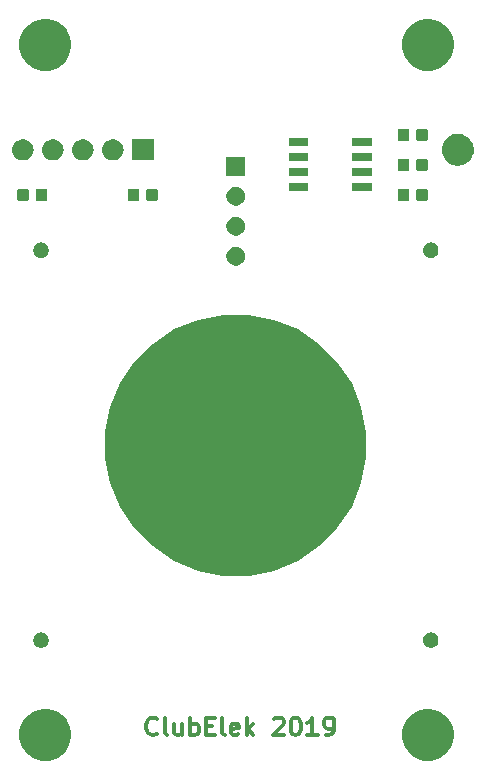
<source format=gbr>
G04 #@! TF.GenerationSoftware,KiCad,Pcbnew,(5.0.2)-1*
G04 #@! TF.CreationDate,2019-05-20T19:12:17+02:00*
G04 #@! TF.ProjectId,Carte capteurs 2,43617274-6520-4636-9170-746575727320,rev?*
G04 #@! TF.SameCoordinates,Original*
G04 #@! TF.FileFunction,Soldermask,Top*
G04 #@! TF.FilePolarity,Negative*
%FSLAX46Y46*%
G04 Gerber Fmt 4.6, Leading zero omitted, Abs format (unit mm)*
G04 Created by KiCad (PCBNEW (5.0.2)-1) date 20/05/2019 19:12:17*
%MOMM*%
%LPD*%
G01*
G04 APERTURE LIST*
%ADD10C,0.300000*%
%ADD11C,0.100000*%
G04 APERTURE END LIST*
D10*
X46939285Y-88800714D02*
X46867857Y-88872142D01*
X46653571Y-88943571D01*
X46510714Y-88943571D01*
X46296428Y-88872142D01*
X46153571Y-88729285D01*
X46082142Y-88586428D01*
X46010714Y-88300714D01*
X46010714Y-88086428D01*
X46082142Y-87800714D01*
X46153571Y-87657857D01*
X46296428Y-87515000D01*
X46510714Y-87443571D01*
X46653571Y-87443571D01*
X46867857Y-87515000D01*
X46939285Y-87586428D01*
X47796428Y-88943571D02*
X47653571Y-88872142D01*
X47582142Y-88729285D01*
X47582142Y-87443571D01*
X49010714Y-87943571D02*
X49010714Y-88943571D01*
X48367857Y-87943571D02*
X48367857Y-88729285D01*
X48439285Y-88872142D01*
X48582142Y-88943571D01*
X48796428Y-88943571D01*
X48939285Y-88872142D01*
X49010714Y-88800714D01*
X49725000Y-88943571D02*
X49725000Y-87443571D01*
X49725000Y-88015000D02*
X49867857Y-87943571D01*
X50153571Y-87943571D01*
X50296428Y-88015000D01*
X50367857Y-88086428D01*
X50439285Y-88229285D01*
X50439285Y-88657857D01*
X50367857Y-88800714D01*
X50296428Y-88872142D01*
X50153571Y-88943571D01*
X49867857Y-88943571D01*
X49725000Y-88872142D01*
X51082142Y-88157857D02*
X51582142Y-88157857D01*
X51796428Y-88943571D02*
X51082142Y-88943571D01*
X51082142Y-87443571D01*
X51796428Y-87443571D01*
X52653571Y-88943571D02*
X52510714Y-88872142D01*
X52439285Y-88729285D01*
X52439285Y-87443571D01*
X53796428Y-88872142D02*
X53653571Y-88943571D01*
X53367857Y-88943571D01*
X53225000Y-88872142D01*
X53153571Y-88729285D01*
X53153571Y-88157857D01*
X53225000Y-88015000D01*
X53367857Y-87943571D01*
X53653571Y-87943571D01*
X53796428Y-88015000D01*
X53867857Y-88157857D01*
X53867857Y-88300714D01*
X53153571Y-88443571D01*
X54510714Y-88943571D02*
X54510714Y-87443571D01*
X54653571Y-88372142D02*
X55082142Y-88943571D01*
X55082142Y-87943571D02*
X54510714Y-88515000D01*
X56796428Y-87586428D02*
X56867857Y-87515000D01*
X57010714Y-87443571D01*
X57367857Y-87443571D01*
X57510714Y-87515000D01*
X57582142Y-87586428D01*
X57653571Y-87729285D01*
X57653571Y-87872142D01*
X57582142Y-88086428D01*
X56725000Y-88943571D01*
X57653571Y-88943571D01*
X58582142Y-87443571D02*
X58725000Y-87443571D01*
X58867857Y-87515000D01*
X58939285Y-87586428D01*
X59010714Y-87729285D01*
X59082142Y-88015000D01*
X59082142Y-88372142D01*
X59010714Y-88657857D01*
X58939285Y-88800714D01*
X58867857Y-88872142D01*
X58725000Y-88943571D01*
X58582142Y-88943571D01*
X58439285Y-88872142D01*
X58367857Y-88800714D01*
X58296428Y-88657857D01*
X58225000Y-88372142D01*
X58225000Y-88015000D01*
X58296428Y-87729285D01*
X58367857Y-87586428D01*
X58439285Y-87515000D01*
X58582142Y-87443571D01*
X60510714Y-88943571D02*
X59653571Y-88943571D01*
X60082142Y-88943571D02*
X60082142Y-87443571D01*
X59939285Y-87657857D01*
X59796428Y-87800714D01*
X59653571Y-87872142D01*
X61225000Y-88943571D02*
X61510714Y-88943571D01*
X61653571Y-88872142D01*
X61725000Y-88800714D01*
X61867857Y-88586428D01*
X61939285Y-88300714D01*
X61939285Y-87729285D01*
X61867857Y-87586428D01*
X61796428Y-87515000D01*
X61653571Y-87443571D01*
X61367857Y-87443571D01*
X61225000Y-87515000D01*
X61153571Y-87586428D01*
X61082142Y-87729285D01*
X61082142Y-88086428D01*
X61153571Y-88229285D01*
X61225000Y-88300714D01*
X61367857Y-88372142D01*
X61653571Y-88372142D01*
X61796428Y-88300714D01*
X61867857Y-88229285D01*
X61939285Y-88086428D01*
D11*
G36*
X38107006Y-86783582D02*
X38507565Y-86949499D01*
X38868059Y-87190373D01*
X39174627Y-87496941D01*
X39415501Y-87857435D01*
X39581418Y-88257994D01*
X39666000Y-88683219D01*
X39666000Y-89116781D01*
X39581418Y-89542006D01*
X39415501Y-89942565D01*
X39174627Y-90303059D01*
X38868059Y-90609627D01*
X38507565Y-90850501D01*
X38107006Y-91016418D01*
X37681781Y-91101000D01*
X37248219Y-91101000D01*
X36822994Y-91016418D01*
X36422435Y-90850501D01*
X36061941Y-90609627D01*
X35755373Y-90303059D01*
X35514499Y-89942565D01*
X35348582Y-89542006D01*
X35264000Y-89116781D01*
X35264000Y-88683219D01*
X35348582Y-88257994D01*
X35514499Y-87857435D01*
X35755373Y-87496941D01*
X36061941Y-87190373D01*
X36422435Y-86949499D01*
X36822994Y-86783582D01*
X37248219Y-86699000D01*
X37681781Y-86699000D01*
X38107006Y-86783582D01*
X38107006Y-86783582D01*
G37*
G36*
X70492006Y-86783582D02*
X70892565Y-86949499D01*
X71253059Y-87190373D01*
X71559627Y-87496941D01*
X71800501Y-87857435D01*
X71966418Y-88257994D01*
X72051000Y-88683219D01*
X72051000Y-89116781D01*
X71966418Y-89542006D01*
X71800501Y-89942565D01*
X71559627Y-90303059D01*
X71253059Y-90609627D01*
X70892565Y-90850501D01*
X70492006Y-91016418D01*
X70066781Y-91101000D01*
X69633219Y-91101000D01*
X69207994Y-91016418D01*
X68807435Y-90850501D01*
X68446941Y-90609627D01*
X68140373Y-90303059D01*
X67899499Y-89942565D01*
X67733582Y-89542006D01*
X67649000Y-89116781D01*
X67649000Y-88683219D01*
X67733582Y-88257994D01*
X67899499Y-87857435D01*
X68140373Y-87496941D01*
X68446941Y-87190373D01*
X68807435Y-86949499D01*
X69207994Y-86783582D01*
X69633219Y-86699000D01*
X70066781Y-86699000D01*
X70492006Y-86783582D01*
X70492006Y-86783582D01*
G37*
G36*
X70284891Y-80239018D02*
X70403362Y-80288090D01*
X70509993Y-80359339D01*
X70600663Y-80450009D01*
X70671912Y-80556640D01*
X70720984Y-80675111D01*
X70746001Y-80800882D01*
X70746001Y-80929120D01*
X70720984Y-81054891D01*
X70671912Y-81173362D01*
X70600663Y-81279993D01*
X70509993Y-81370663D01*
X70403362Y-81441912D01*
X70284891Y-81490984D01*
X70159120Y-81516001D01*
X70030882Y-81516001D01*
X69905111Y-81490984D01*
X69786640Y-81441912D01*
X69680009Y-81370663D01*
X69589339Y-81279993D01*
X69518090Y-81173362D01*
X69469018Y-81054891D01*
X69444001Y-80929120D01*
X69444001Y-80800882D01*
X69469018Y-80675111D01*
X69518090Y-80556640D01*
X69589339Y-80450009D01*
X69680009Y-80359339D01*
X69786640Y-80288090D01*
X69905111Y-80239018D01*
X70030882Y-80214001D01*
X70159120Y-80214001D01*
X70284891Y-80239018D01*
X70284891Y-80239018D01*
G37*
G36*
X37284891Y-80239018D02*
X37403362Y-80288090D01*
X37509993Y-80359339D01*
X37600663Y-80450009D01*
X37671912Y-80556640D01*
X37720984Y-80675111D01*
X37746001Y-80800882D01*
X37746001Y-80929120D01*
X37720984Y-81054891D01*
X37671912Y-81173362D01*
X37600663Y-81279993D01*
X37509993Y-81370663D01*
X37403362Y-81441912D01*
X37284891Y-81490984D01*
X37159120Y-81516001D01*
X37030882Y-81516001D01*
X36905111Y-81490984D01*
X36786640Y-81441912D01*
X36680009Y-81370663D01*
X36589339Y-81279993D01*
X36518090Y-81173362D01*
X36469018Y-81054891D01*
X36444001Y-80929120D01*
X36444001Y-80800882D01*
X36469018Y-80675111D01*
X36518090Y-80556640D01*
X36589339Y-80450009D01*
X36680009Y-80359339D01*
X36786640Y-80288090D01*
X36905111Y-80239018D01*
X37030882Y-80214001D01*
X37159120Y-80214001D01*
X37284891Y-80239018D01*
X37284891Y-80239018D01*
G37*
G36*
X56818458Y-53738684D02*
X58829611Y-54571731D01*
X60639606Y-55781131D01*
X62178871Y-57320396D01*
X63388271Y-59130391D01*
X64221318Y-61141544D01*
X64646001Y-63276571D01*
X64646001Y-65453431D01*
X64221318Y-67588458D01*
X63388271Y-69599611D01*
X62178871Y-71409606D01*
X60639606Y-72948871D01*
X58829611Y-74158271D01*
X56818458Y-74991318D01*
X54683431Y-75416001D01*
X52506571Y-75416001D01*
X50371544Y-74991318D01*
X48360391Y-74158271D01*
X46550396Y-72948871D01*
X45011131Y-71409606D01*
X43801731Y-69599611D01*
X42968684Y-67588458D01*
X42544001Y-65453431D01*
X42544001Y-63276571D01*
X42968684Y-61141544D01*
X43801731Y-59130391D01*
X45011131Y-57320396D01*
X46550396Y-55781131D01*
X48360391Y-54571731D01*
X50371544Y-53738684D01*
X52506571Y-53314001D01*
X54683431Y-53314001D01*
X56818458Y-53738684D01*
X56818458Y-53738684D01*
G37*
G36*
X53828644Y-47594782D02*
X53974416Y-47655163D01*
X54105612Y-47742825D01*
X54217177Y-47854390D01*
X54304839Y-47985586D01*
X54365220Y-48131358D01*
X54396001Y-48286108D01*
X54396001Y-48443894D01*
X54365220Y-48598644D01*
X54304839Y-48744416D01*
X54217177Y-48875612D01*
X54105612Y-48987177D01*
X53974416Y-49074839D01*
X53828644Y-49135220D01*
X53673894Y-49166001D01*
X53516108Y-49166001D01*
X53361358Y-49135220D01*
X53215586Y-49074839D01*
X53084390Y-48987177D01*
X52972825Y-48875612D01*
X52885163Y-48744416D01*
X52824782Y-48598644D01*
X52794001Y-48443894D01*
X52794001Y-48286108D01*
X52824782Y-48131358D01*
X52885163Y-47985586D01*
X52972825Y-47854390D01*
X53084390Y-47742825D01*
X53215586Y-47655163D01*
X53361358Y-47594782D01*
X53516108Y-47564001D01*
X53673894Y-47564001D01*
X53828644Y-47594782D01*
X53828644Y-47594782D01*
G37*
G36*
X70284891Y-47239018D02*
X70403362Y-47288090D01*
X70509993Y-47359339D01*
X70600663Y-47450009D01*
X70671912Y-47556640D01*
X70720984Y-47675111D01*
X70746001Y-47800882D01*
X70746001Y-47929120D01*
X70720984Y-48054891D01*
X70671912Y-48173362D01*
X70600663Y-48279993D01*
X70509993Y-48370663D01*
X70403362Y-48441912D01*
X70284891Y-48490984D01*
X70159120Y-48516001D01*
X70030882Y-48516001D01*
X69905111Y-48490984D01*
X69786640Y-48441912D01*
X69680009Y-48370663D01*
X69589339Y-48279993D01*
X69518090Y-48173362D01*
X69469018Y-48054891D01*
X69444001Y-47929120D01*
X69444001Y-47800882D01*
X69469018Y-47675111D01*
X69518090Y-47556640D01*
X69589339Y-47450009D01*
X69680009Y-47359339D01*
X69786640Y-47288090D01*
X69905111Y-47239018D01*
X70030882Y-47214001D01*
X70159120Y-47214001D01*
X70284891Y-47239018D01*
X70284891Y-47239018D01*
G37*
G36*
X37284891Y-47239018D02*
X37403362Y-47288090D01*
X37509993Y-47359339D01*
X37600663Y-47450009D01*
X37671912Y-47556640D01*
X37720984Y-47675111D01*
X37746001Y-47800882D01*
X37746001Y-47929120D01*
X37720984Y-48054891D01*
X37671912Y-48173362D01*
X37600663Y-48279993D01*
X37509993Y-48370663D01*
X37403362Y-48441912D01*
X37284891Y-48490984D01*
X37159120Y-48516001D01*
X37030882Y-48516001D01*
X36905111Y-48490984D01*
X36786640Y-48441912D01*
X36680009Y-48370663D01*
X36589339Y-48279993D01*
X36518090Y-48173362D01*
X36469018Y-48054891D01*
X36444001Y-47929120D01*
X36444001Y-47800882D01*
X36469018Y-47675111D01*
X36518090Y-47556640D01*
X36589339Y-47450009D01*
X36680009Y-47359339D01*
X36786640Y-47288090D01*
X36905111Y-47239018D01*
X37030882Y-47214001D01*
X37159120Y-47214001D01*
X37284891Y-47239018D01*
X37284891Y-47239018D01*
G37*
G36*
X53828644Y-45054782D02*
X53974416Y-45115163D01*
X54105612Y-45202825D01*
X54217177Y-45314390D01*
X54304839Y-45445586D01*
X54365220Y-45591358D01*
X54396001Y-45746108D01*
X54396001Y-45903894D01*
X54365220Y-46058644D01*
X54304839Y-46204416D01*
X54217177Y-46335612D01*
X54105612Y-46447177D01*
X53974416Y-46534839D01*
X53828644Y-46595220D01*
X53673894Y-46626001D01*
X53516108Y-46626001D01*
X53361358Y-46595220D01*
X53215586Y-46534839D01*
X53084390Y-46447177D01*
X52972825Y-46335612D01*
X52885163Y-46204416D01*
X52824782Y-46058644D01*
X52794001Y-45903894D01*
X52794001Y-45746108D01*
X52824782Y-45591358D01*
X52885163Y-45445586D01*
X52972825Y-45314390D01*
X53084390Y-45202825D01*
X53215586Y-45115163D01*
X53361358Y-45054782D01*
X53516108Y-45024001D01*
X53673894Y-45024001D01*
X53828644Y-45054782D01*
X53828644Y-45054782D01*
G37*
G36*
X53828644Y-42514782D02*
X53974416Y-42575163D01*
X54105612Y-42662825D01*
X54217177Y-42774390D01*
X54304839Y-42905586D01*
X54365220Y-43051358D01*
X54396001Y-43206108D01*
X54396001Y-43363894D01*
X54365220Y-43518644D01*
X54304839Y-43664416D01*
X54217177Y-43795612D01*
X54105612Y-43907177D01*
X53974416Y-43994839D01*
X53828644Y-44055220D01*
X53673894Y-44086001D01*
X53516108Y-44086001D01*
X53361358Y-44055220D01*
X53215586Y-43994839D01*
X53084390Y-43907177D01*
X52972825Y-43795612D01*
X52885163Y-43664416D01*
X52824782Y-43518644D01*
X52794001Y-43363894D01*
X52794001Y-43206108D01*
X52824782Y-43051358D01*
X52885163Y-42905586D01*
X52972825Y-42774390D01*
X53084390Y-42662825D01*
X53215586Y-42575163D01*
X53361358Y-42514782D01*
X53516108Y-42484001D01*
X53673894Y-42484001D01*
X53828644Y-42514782D01*
X53828644Y-42514782D01*
G37*
G36*
X45274591Y-42658085D02*
X45308569Y-42668393D01*
X45339887Y-42685133D01*
X45367339Y-42707661D01*
X45389867Y-42735113D01*
X45406607Y-42766431D01*
X45416915Y-42800409D01*
X45421000Y-42841890D01*
X45421000Y-43518110D01*
X45416915Y-43559591D01*
X45406607Y-43593569D01*
X45389867Y-43624887D01*
X45367339Y-43652339D01*
X45339887Y-43674867D01*
X45308569Y-43691607D01*
X45274591Y-43701915D01*
X45233110Y-43706000D01*
X44631890Y-43706000D01*
X44590409Y-43701915D01*
X44556431Y-43691607D01*
X44525113Y-43674867D01*
X44497661Y-43652339D01*
X44475133Y-43624887D01*
X44458393Y-43593569D01*
X44448085Y-43559591D01*
X44444000Y-43518110D01*
X44444000Y-42841890D01*
X44448085Y-42800409D01*
X44458393Y-42766431D01*
X44475133Y-42735113D01*
X44497661Y-42707661D01*
X44525113Y-42685133D01*
X44556431Y-42668393D01*
X44590409Y-42658085D01*
X44631890Y-42654000D01*
X45233110Y-42654000D01*
X45274591Y-42658085D01*
X45274591Y-42658085D01*
G37*
G36*
X69709591Y-42658085D02*
X69743569Y-42668393D01*
X69774887Y-42685133D01*
X69802339Y-42707661D01*
X69824867Y-42735113D01*
X69841607Y-42766431D01*
X69851915Y-42800409D01*
X69856000Y-42841890D01*
X69856000Y-43518110D01*
X69851915Y-43559591D01*
X69841607Y-43593569D01*
X69824867Y-43624887D01*
X69802339Y-43652339D01*
X69774887Y-43674867D01*
X69743569Y-43691607D01*
X69709591Y-43701915D01*
X69668110Y-43706000D01*
X69066890Y-43706000D01*
X69025409Y-43701915D01*
X68991431Y-43691607D01*
X68960113Y-43674867D01*
X68932661Y-43652339D01*
X68910133Y-43624887D01*
X68893393Y-43593569D01*
X68883085Y-43559591D01*
X68879000Y-43518110D01*
X68879000Y-42841890D01*
X68883085Y-42800409D01*
X68893393Y-42766431D01*
X68910133Y-42735113D01*
X68932661Y-42707661D01*
X68960113Y-42685133D01*
X68991431Y-42668393D01*
X69025409Y-42658085D01*
X69066890Y-42654000D01*
X69668110Y-42654000D01*
X69709591Y-42658085D01*
X69709591Y-42658085D01*
G37*
G36*
X35902091Y-42658085D02*
X35936069Y-42668393D01*
X35967387Y-42685133D01*
X35994839Y-42707661D01*
X36017367Y-42735113D01*
X36034107Y-42766431D01*
X36044415Y-42800409D01*
X36048500Y-42841890D01*
X36048500Y-43518110D01*
X36044415Y-43559591D01*
X36034107Y-43593569D01*
X36017367Y-43624887D01*
X35994839Y-43652339D01*
X35967387Y-43674867D01*
X35936069Y-43691607D01*
X35902091Y-43701915D01*
X35860610Y-43706000D01*
X35259390Y-43706000D01*
X35217909Y-43701915D01*
X35183931Y-43691607D01*
X35152613Y-43674867D01*
X35125161Y-43652339D01*
X35102633Y-43624887D01*
X35085893Y-43593569D01*
X35075585Y-43559591D01*
X35071500Y-43518110D01*
X35071500Y-42841890D01*
X35075585Y-42800409D01*
X35085893Y-42766431D01*
X35102633Y-42735113D01*
X35125161Y-42707661D01*
X35152613Y-42685133D01*
X35183931Y-42668393D01*
X35217909Y-42658085D01*
X35259390Y-42654000D01*
X35860610Y-42654000D01*
X35902091Y-42658085D01*
X35902091Y-42658085D01*
G37*
G36*
X37477091Y-42658085D02*
X37511069Y-42668393D01*
X37542387Y-42685133D01*
X37569839Y-42707661D01*
X37592367Y-42735113D01*
X37609107Y-42766431D01*
X37619415Y-42800409D01*
X37623500Y-42841890D01*
X37623500Y-43518110D01*
X37619415Y-43559591D01*
X37609107Y-43593569D01*
X37592367Y-43624887D01*
X37569839Y-43652339D01*
X37542387Y-43674867D01*
X37511069Y-43691607D01*
X37477091Y-43701915D01*
X37435610Y-43706000D01*
X36834390Y-43706000D01*
X36792909Y-43701915D01*
X36758931Y-43691607D01*
X36727613Y-43674867D01*
X36700161Y-43652339D01*
X36677633Y-43624887D01*
X36660893Y-43593569D01*
X36650585Y-43559591D01*
X36646500Y-43518110D01*
X36646500Y-42841890D01*
X36650585Y-42800409D01*
X36660893Y-42766431D01*
X36677633Y-42735113D01*
X36700161Y-42707661D01*
X36727613Y-42685133D01*
X36758931Y-42668393D01*
X36792909Y-42658085D01*
X36834390Y-42654000D01*
X37435610Y-42654000D01*
X37477091Y-42658085D01*
X37477091Y-42658085D01*
G37*
G36*
X46849591Y-42658085D02*
X46883569Y-42668393D01*
X46914887Y-42685133D01*
X46942339Y-42707661D01*
X46964867Y-42735113D01*
X46981607Y-42766431D01*
X46991915Y-42800409D01*
X46996000Y-42841890D01*
X46996000Y-43518110D01*
X46991915Y-43559591D01*
X46981607Y-43593569D01*
X46964867Y-43624887D01*
X46942339Y-43652339D01*
X46914887Y-43674867D01*
X46883569Y-43691607D01*
X46849591Y-43701915D01*
X46808110Y-43706000D01*
X46206890Y-43706000D01*
X46165409Y-43701915D01*
X46131431Y-43691607D01*
X46100113Y-43674867D01*
X46072661Y-43652339D01*
X46050133Y-43624887D01*
X46033393Y-43593569D01*
X46023085Y-43559591D01*
X46019000Y-43518110D01*
X46019000Y-42841890D01*
X46023085Y-42800409D01*
X46033393Y-42766431D01*
X46050133Y-42735113D01*
X46072661Y-42707661D01*
X46100113Y-42685133D01*
X46131431Y-42668393D01*
X46165409Y-42658085D01*
X46206890Y-42654000D01*
X46808110Y-42654000D01*
X46849591Y-42658085D01*
X46849591Y-42658085D01*
G37*
G36*
X68134591Y-42658085D02*
X68168569Y-42668393D01*
X68199887Y-42685133D01*
X68227339Y-42707661D01*
X68249867Y-42735113D01*
X68266607Y-42766431D01*
X68276915Y-42800409D01*
X68281000Y-42841890D01*
X68281000Y-43518110D01*
X68276915Y-43559591D01*
X68266607Y-43593569D01*
X68249867Y-43624887D01*
X68227339Y-43652339D01*
X68199887Y-43674867D01*
X68168569Y-43691607D01*
X68134591Y-43701915D01*
X68093110Y-43706000D01*
X67491890Y-43706000D01*
X67450409Y-43701915D01*
X67416431Y-43691607D01*
X67385113Y-43674867D01*
X67357661Y-43652339D01*
X67335133Y-43624887D01*
X67318393Y-43593569D01*
X67308085Y-43559591D01*
X67304000Y-43518110D01*
X67304000Y-42841890D01*
X67308085Y-42800409D01*
X67318393Y-42766431D01*
X67335133Y-42735113D01*
X67357661Y-42707661D01*
X67385113Y-42685133D01*
X67416431Y-42668393D01*
X67450409Y-42658085D01*
X67491890Y-42654000D01*
X68093110Y-42654000D01*
X68134591Y-42658085D01*
X68134591Y-42658085D01*
G37*
G36*
X59721000Y-42896000D02*
X58069000Y-42896000D01*
X58069000Y-42194000D01*
X59721000Y-42194000D01*
X59721000Y-42896000D01*
X59721000Y-42896000D01*
G37*
G36*
X65121000Y-42896000D02*
X63469000Y-42896000D01*
X63469000Y-42194000D01*
X65121000Y-42194000D01*
X65121000Y-42896000D01*
X65121000Y-42896000D01*
G37*
G36*
X59721000Y-41626000D02*
X58069000Y-41626000D01*
X58069000Y-40924000D01*
X59721000Y-40924000D01*
X59721000Y-41626000D01*
X59721000Y-41626000D01*
G37*
G36*
X65121000Y-41626000D02*
X63469000Y-41626000D01*
X63469000Y-40924000D01*
X65121000Y-40924000D01*
X65121000Y-41626000D01*
X65121000Y-41626000D01*
G37*
G36*
X54396001Y-41546001D02*
X52794001Y-41546001D01*
X52794001Y-39944001D01*
X54396001Y-39944001D01*
X54396001Y-41546001D01*
X54396001Y-41546001D01*
G37*
G36*
X69709591Y-40118085D02*
X69743569Y-40128393D01*
X69774887Y-40145133D01*
X69802339Y-40167661D01*
X69824867Y-40195113D01*
X69841607Y-40226431D01*
X69851915Y-40260409D01*
X69856000Y-40301890D01*
X69856000Y-40978110D01*
X69851915Y-41019591D01*
X69841607Y-41053569D01*
X69824867Y-41084887D01*
X69802339Y-41112339D01*
X69774887Y-41134867D01*
X69743569Y-41151607D01*
X69709591Y-41161915D01*
X69668110Y-41166000D01*
X69066890Y-41166000D01*
X69025409Y-41161915D01*
X68991431Y-41151607D01*
X68960113Y-41134867D01*
X68932661Y-41112339D01*
X68910133Y-41084887D01*
X68893393Y-41053569D01*
X68883085Y-41019591D01*
X68879000Y-40978110D01*
X68879000Y-40301890D01*
X68883085Y-40260409D01*
X68893393Y-40226431D01*
X68910133Y-40195113D01*
X68932661Y-40167661D01*
X68960113Y-40145133D01*
X68991431Y-40128393D01*
X69025409Y-40118085D01*
X69066890Y-40114000D01*
X69668110Y-40114000D01*
X69709591Y-40118085D01*
X69709591Y-40118085D01*
G37*
G36*
X68134591Y-40118085D02*
X68168569Y-40128393D01*
X68199887Y-40145133D01*
X68227339Y-40167661D01*
X68249867Y-40195113D01*
X68266607Y-40226431D01*
X68276915Y-40260409D01*
X68281000Y-40301890D01*
X68281000Y-40978110D01*
X68276915Y-41019591D01*
X68266607Y-41053569D01*
X68249867Y-41084887D01*
X68227339Y-41112339D01*
X68199887Y-41134867D01*
X68168569Y-41151607D01*
X68134591Y-41161915D01*
X68093110Y-41166000D01*
X67491890Y-41166000D01*
X67450409Y-41161915D01*
X67416431Y-41151607D01*
X67385113Y-41134867D01*
X67357661Y-41112339D01*
X67335133Y-41084887D01*
X67318393Y-41053569D01*
X67308085Y-41019591D01*
X67304000Y-40978110D01*
X67304000Y-40301890D01*
X67308085Y-40260409D01*
X67318393Y-40226431D01*
X67335133Y-40195113D01*
X67357661Y-40167661D01*
X67385113Y-40145133D01*
X67416431Y-40128393D01*
X67450409Y-40118085D01*
X67491890Y-40114000D01*
X68093110Y-40114000D01*
X68134591Y-40118085D01*
X68134591Y-40118085D01*
G37*
G36*
X72653567Y-38044959D02*
X72784072Y-38070918D01*
X73029939Y-38172759D01*
X73250464Y-38320110D01*
X73251215Y-38320612D01*
X73439388Y-38508785D01*
X73439390Y-38508788D01*
X73587241Y-38730061D01*
X73643966Y-38867009D01*
X73689082Y-38975929D01*
X73741000Y-39236937D01*
X73741000Y-39503063D01*
X73715041Y-39633567D01*
X73689082Y-39764072D01*
X73587241Y-40009939D01*
X73469908Y-40185539D01*
X73439388Y-40231215D01*
X73251215Y-40419388D01*
X73251212Y-40419390D01*
X73029939Y-40567241D01*
X72784072Y-40669082D01*
X72653567Y-40695041D01*
X72523063Y-40721000D01*
X72256937Y-40721000D01*
X72126433Y-40695041D01*
X71995928Y-40669082D01*
X71750061Y-40567241D01*
X71528788Y-40419390D01*
X71528785Y-40419388D01*
X71340612Y-40231215D01*
X71310092Y-40185539D01*
X71192759Y-40009939D01*
X71090918Y-39764072D01*
X71064959Y-39633567D01*
X71039000Y-39503063D01*
X71039000Y-39236937D01*
X71090918Y-38975929D01*
X71136034Y-38867009D01*
X71192759Y-38730061D01*
X71340610Y-38508788D01*
X71340612Y-38508785D01*
X71528785Y-38320612D01*
X71529536Y-38320110D01*
X71750061Y-38172759D01*
X71995928Y-38070918D01*
X72126433Y-38044959D01*
X72256937Y-38019000D01*
X72523063Y-38019000D01*
X72653567Y-38044959D01*
X72653567Y-38044959D01*
G37*
G36*
X59721000Y-40356000D02*
X58069000Y-40356000D01*
X58069000Y-39654000D01*
X59721000Y-39654000D01*
X59721000Y-40356000D01*
X59721000Y-40356000D01*
G37*
G36*
X65121000Y-40356000D02*
X63469000Y-40356000D01*
X63469000Y-39654000D01*
X65121000Y-39654000D01*
X65121000Y-40356000D01*
X65121000Y-40356000D01*
G37*
G36*
X40747412Y-38475220D02*
X40816627Y-38482037D01*
X40904813Y-38508788D01*
X40986467Y-38533557D01*
X41082402Y-38584836D01*
X41142991Y-38617222D01*
X41178729Y-38646552D01*
X41280186Y-38729814D01*
X41363448Y-38831271D01*
X41392778Y-38867009D01*
X41392779Y-38867011D01*
X41476443Y-39023533D01*
X41476443Y-39023534D01*
X41527963Y-39193373D01*
X41545359Y-39370000D01*
X41527963Y-39546627D01*
X41495392Y-39654000D01*
X41476443Y-39716467D01*
X41450997Y-39764072D01*
X41392778Y-39872991D01*
X41363448Y-39908729D01*
X41280186Y-40010186D01*
X41178729Y-40093448D01*
X41142991Y-40122778D01*
X41142989Y-40122779D01*
X40986467Y-40206443D01*
X40933362Y-40222552D01*
X40816627Y-40257963D01*
X40750443Y-40264481D01*
X40684260Y-40271000D01*
X40595740Y-40271000D01*
X40529557Y-40264481D01*
X40463373Y-40257963D01*
X40346638Y-40222552D01*
X40293533Y-40206443D01*
X40137011Y-40122779D01*
X40137009Y-40122778D01*
X40101271Y-40093448D01*
X39999814Y-40010186D01*
X39916552Y-39908729D01*
X39887222Y-39872991D01*
X39829003Y-39764072D01*
X39803557Y-39716467D01*
X39784608Y-39654000D01*
X39752037Y-39546627D01*
X39734641Y-39370000D01*
X39752037Y-39193373D01*
X39803557Y-39023534D01*
X39803557Y-39023533D01*
X39887221Y-38867011D01*
X39887222Y-38867009D01*
X39916552Y-38831271D01*
X39999814Y-38729814D01*
X40101271Y-38646552D01*
X40137009Y-38617222D01*
X40197598Y-38584836D01*
X40293533Y-38533557D01*
X40375187Y-38508788D01*
X40463373Y-38482037D01*
X40532588Y-38475220D01*
X40595740Y-38469000D01*
X40684260Y-38469000D01*
X40747412Y-38475220D01*
X40747412Y-38475220D01*
G37*
G36*
X43287412Y-38475220D02*
X43356627Y-38482037D01*
X43444813Y-38508788D01*
X43526467Y-38533557D01*
X43622402Y-38584836D01*
X43682991Y-38617222D01*
X43718729Y-38646552D01*
X43820186Y-38729814D01*
X43903448Y-38831271D01*
X43932778Y-38867009D01*
X43932779Y-38867011D01*
X44016443Y-39023533D01*
X44016443Y-39023534D01*
X44067963Y-39193373D01*
X44085359Y-39370000D01*
X44067963Y-39546627D01*
X44035392Y-39654000D01*
X44016443Y-39716467D01*
X43990997Y-39764072D01*
X43932778Y-39872991D01*
X43903448Y-39908729D01*
X43820186Y-40010186D01*
X43718729Y-40093448D01*
X43682991Y-40122778D01*
X43682989Y-40122779D01*
X43526467Y-40206443D01*
X43473362Y-40222552D01*
X43356627Y-40257963D01*
X43290443Y-40264481D01*
X43224260Y-40271000D01*
X43135740Y-40271000D01*
X43069557Y-40264481D01*
X43003373Y-40257963D01*
X42886638Y-40222552D01*
X42833533Y-40206443D01*
X42677011Y-40122779D01*
X42677009Y-40122778D01*
X42641271Y-40093448D01*
X42539814Y-40010186D01*
X42456552Y-39908729D01*
X42427222Y-39872991D01*
X42369003Y-39764072D01*
X42343557Y-39716467D01*
X42324608Y-39654000D01*
X42292037Y-39546627D01*
X42274641Y-39370000D01*
X42292037Y-39193373D01*
X42343557Y-39023534D01*
X42343557Y-39023533D01*
X42427221Y-38867011D01*
X42427222Y-38867009D01*
X42456552Y-38831271D01*
X42539814Y-38729814D01*
X42641271Y-38646552D01*
X42677009Y-38617222D01*
X42737598Y-38584836D01*
X42833533Y-38533557D01*
X42915187Y-38508788D01*
X43003373Y-38482037D01*
X43072588Y-38475220D01*
X43135740Y-38469000D01*
X43224260Y-38469000D01*
X43287412Y-38475220D01*
X43287412Y-38475220D01*
G37*
G36*
X46621000Y-40271000D02*
X44819000Y-40271000D01*
X44819000Y-38469000D01*
X46621000Y-38469000D01*
X46621000Y-40271000D01*
X46621000Y-40271000D01*
G37*
G36*
X35667412Y-38475220D02*
X35736627Y-38482037D01*
X35824813Y-38508788D01*
X35906467Y-38533557D01*
X36002402Y-38584836D01*
X36062991Y-38617222D01*
X36098729Y-38646552D01*
X36200186Y-38729814D01*
X36283448Y-38831271D01*
X36312778Y-38867009D01*
X36312779Y-38867011D01*
X36396443Y-39023533D01*
X36396443Y-39023534D01*
X36447963Y-39193373D01*
X36465359Y-39370000D01*
X36447963Y-39546627D01*
X36415392Y-39654000D01*
X36396443Y-39716467D01*
X36370997Y-39764072D01*
X36312778Y-39872991D01*
X36283448Y-39908729D01*
X36200186Y-40010186D01*
X36098729Y-40093448D01*
X36062991Y-40122778D01*
X36062989Y-40122779D01*
X35906467Y-40206443D01*
X35853362Y-40222552D01*
X35736627Y-40257963D01*
X35670443Y-40264481D01*
X35604260Y-40271000D01*
X35515740Y-40271000D01*
X35449557Y-40264481D01*
X35383373Y-40257963D01*
X35266638Y-40222552D01*
X35213533Y-40206443D01*
X35057011Y-40122779D01*
X35057009Y-40122778D01*
X35021271Y-40093448D01*
X34919814Y-40010186D01*
X34836552Y-39908729D01*
X34807222Y-39872991D01*
X34749003Y-39764072D01*
X34723557Y-39716467D01*
X34704608Y-39654000D01*
X34672037Y-39546627D01*
X34654641Y-39370000D01*
X34672037Y-39193373D01*
X34723557Y-39023534D01*
X34723557Y-39023533D01*
X34807221Y-38867011D01*
X34807222Y-38867009D01*
X34836552Y-38831271D01*
X34919814Y-38729814D01*
X35021271Y-38646552D01*
X35057009Y-38617222D01*
X35117598Y-38584836D01*
X35213533Y-38533557D01*
X35295187Y-38508788D01*
X35383373Y-38482037D01*
X35452588Y-38475220D01*
X35515740Y-38469000D01*
X35604260Y-38469000D01*
X35667412Y-38475220D01*
X35667412Y-38475220D01*
G37*
G36*
X38207412Y-38475220D02*
X38276627Y-38482037D01*
X38364813Y-38508788D01*
X38446467Y-38533557D01*
X38542402Y-38584836D01*
X38602991Y-38617222D01*
X38638729Y-38646552D01*
X38740186Y-38729814D01*
X38823448Y-38831271D01*
X38852778Y-38867009D01*
X38852779Y-38867011D01*
X38936443Y-39023533D01*
X38936443Y-39023534D01*
X38987963Y-39193373D01*
X39005359Y-39370000D01*
X38987963Y-39546627D01*
X38955392Y-39654000D01*
X38936443Y-39716467D01*
X38910997Y-39764072D01*
X38852778Y-39872991D01*
X38823448Y-39908729D01*
X38740186Y-40010186D01*
X38638729Y-40093448D01*
X38602991Y-40122778D01*
X38602989Y-40122779D01*
X38446467Y-40206443D01*
X38393362Y-40222552D01*
X38276627Y-40257963D01*
X38210443Y-40264481D01*
X38144260Y-40271000D01*
X38055740Y-40271000D01*
X37989557Y-40264481D01*
X37923373Y-40257963D01*
X37806638Y-40222552D01*
X37753533Y-40206443D01*
X37597011Y-40122779D01*
X37597009Y-40122778D01*
X37561271Y-40093448D01*
X37459814Y-40010186D01*
X37376552Y-39908729D01*
X37347222Y-39872991D01*
X37289003Y-39764072D01*
X37263557Y-39716467D01*
X37244608Y-39654000D01*
X37212037Y-39546627D01*
X37194641Y-39370000D01*
X37212037Y-39193373D01*
X37263557Y-39023534D01*
X37263557Y-39023533D01*
X37347221Y-38867011D01*
X37347222Y-38867009D01*
X37376552Y-38831271D01*
X37459814Y-38729814D01*
X37561271Y-38646552D01*
X37597009Y-38617222D01*
X37657598Y-38584836D01*
X37753533Y-38533557D01*
X37835187Y-38508788D01*
X37923373Y-38482037D01*
X37992588Y-38475220D01*
X38055740Y-38469000D01*
X38144260Y-38469000D01*
X38207412Y-38475220D01*
X38207412Y-38475220D01*
G37*
G36*
X59721000Y-39086000D02*
X58069000Y-39086000D01*
X58069000Y-38384000D01*
X59721000Y-38384000D01*
X59721000Y-39086000D01*
X59721000Y-39086000D01*
G37*
G36*
X65121000Y-39086000D02*
X63469000Y-39086000D01*
X63469000Y-38384000D01*
X65121000Y-38384000D01*
X65121000Y-39086000D01*
X65121000Y-39086000D01*
G37*
G36*
X68134591Y-37578085D02*
X68168569Y-37588393D01*
X68199887Y-37605133D01*
X68227339Y-37627661D01*
X68249867Y-37655113D01*
X68266607Y-37686431D01*
X68276915Y-37720409D01*
X68281000Y-37761890D01*
X68281000Y-38438110D01*
X68276915Y-38479591D01*
X68266607Y-38513569D01*
X68249867Y-38544887D01*
X68227339Y-38572339D01*
X68199887Y-38594867D01*
X68168569Y-38611607D01*
X68134591Y-38621915D01*
X68093110Y-38626000D01*
X67491890Y-38626000D01*
X67450409Y-38621915D01*
X67416431Y-38611607D01*
X67385113Y-38594867D01*
X67357661Y-38572339D01*
X67335133Y-38544887D01*
X67318393Y-38513569D01*
X67308085Y-38479591D01*
X67304000Y-38438110D01*
X67304000Y-37761890D01*
X67308085Y-37720409D01*
X67318393Y-37686431D01*
X67335133Y-37655113D01*
X67357661Y-37627661D01*
X67385113Y-37605133D01*
X67416431Y-37588393D01*
X67450409Y-37578085D01*
X67491890Y-37574000D01*
X68093110Y-37574000D01*
X68134591Y-37578085D01*
X68134591Y-37578085D01*
G37*
G36*
X69709591Y-37578085D02*
X69743569Y-37588393D01*
X69774887Y-37605133D01*
X69802339Y-37627661D01*
X69824867Y-37655113D01*
X69841607Y-37686431D01*
X69851915Y-37720409D01*
X69856000Y-37761890D01*
X69856000Y-38438110D01*
X69851915Y-38479591D01*
X69841607Y-38513569D01*
X69824867Y-38544887D01*
X69802339Y-38572339D01*
X69774887Y-38594867D01*
X69743569Y-38611607D01*
X69709591Y-38621915D01*
X69668110Y-38626000D01*
X69066890Y-38626000D01*
X69025409Y-38621915D01*
X68991431Y-38611607D01*
X68960113Y-38594867D01*
X68932661Y-38572339D01*
X68910133Y-38544887D01*
X68893393Y-38513569D01*
X68883085Y-38479591D01*
X68879000Y-38438110D01*
X68879000Y-37761890D01*
X68883085Y-37720409D01*
X68893393Y-37686431D01*
X68910133Y-37655113D01*
X68932661Y-37627661D01*
X68960113Y-37605133D01*
X68991431Y-37588393D01*
X69025409Y-37578085D01*
X69066890Y-37574000D01*
X69668110Y-37574000D01*
X69709591Y-37578085D01*
X69709591Y-37578085D01*
G37*
G36*
X38107006Y-28363582D02*
X38507565Y-28529499D01*
X38868059Y-28770373D01*
X39174627Y-29076941D01*
X39415501Y-29437435D01*
X39581418Y-29837994D01*
X39666000Y-30263219D01*
X39666000Y-30696781D01*
X39581418Y-31122006D01*
X39415501Y-31522565D01*
X39174627Y-31883059D01*
X38868059Y-32189627D01*
X38507565Y-32430501D01*
X38107006Y-32596418D01*
X37681781Y-32681000D01*
X37248219Y-32681000D01*
X36822994Y-32596418D01*
X36422435Y-32430501D01*
X36061941Y-32189627D01*
X35755373Y-31883059D01*
X35514499Y-31522565D01*
X35348582Y-31122006D01*
X35264000Y-30696781D01*
X35264000Y-30263219D01*
X35348582Y-29837994D01*
X35514499Y-29437435D01*
X35755373Y-29076941D01*
X36061941Y-28770373D01*
X36422435Y-28529499D01*
X36822994Y-28363582D01*
X37248219Y-28279000D01*
X37681781Y-28279000D01*
X38107006Y-28363582D01*
X38107006Y-28363582D01*
G37*
G36*
X70492006Y-28363582D02*
X70892565Y-28529499D01*
X71253059Y-28770373D01*
X71559627Y-29076941D01*
X71800501Y-29437435D01*
X71966418Y-29837994D01*
X72051000Y-30263219D01*
X72051000Y-30696781D01*
X71966418Y-31122006D01*
X71800501Y-31522565D01*
X71559627Y-31883059D01*
X71253059Y-32189627D01*
X70892565Y-32430501D01*
X70492006Y-32596418D01*
X70066781Y-32681000D01*
X69633219Y-32681000D01*
X69207994Y-32596418D01*
X68807435Y-32430501D01*
X68446941Y-32189627D01*
X68140373Y-31883059D01*
X67899499Y-31522565D01*
X67733582Y-31122006D01*
X67649000Y-30696781D01*
X67649000Y-30263219D01*
X67733582Y-29837994D01*
X67899499Y-29437435D01*
X68140373Y-29076941D01*
X68446941Y-28770373D01*
X68807435Y-28529499D01*
X69207994Y-28363582D01*
X69633219Y-28279000D01*
X70066781Y-28279000D01*
X70492006Y-28363582D01*
X70492006Y-28363582D01*
G37*
M02*

</source>
